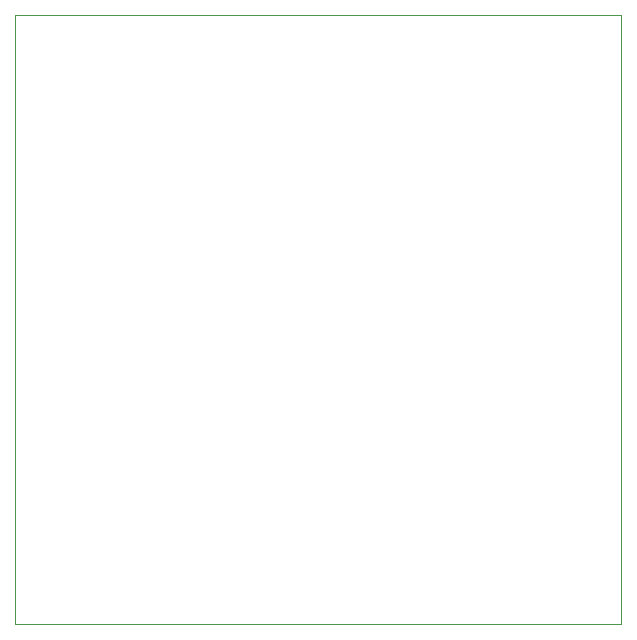
<source format=gbr>
%TF.GenerationSoftware,KiCad,Pcbnew,8.0.2*%
%TF.CreationDate,2024-07-01T22:54:51-05:00*%
%TF.ProjectId,pixel_grid,70697865-6c5f-4677-9269-642e6b696361,rev?*%
%TF.SameCoordinates,Original*%
%TF.FileFunction,Profile,NP*%
%FSLAX46Y46*%
G04 Gerber Fmt 4.6, Leading zero omitted, Abs format (unit mm)*
G04 Created by KiCad (PCBNEW 8.0.2) date 2024-07-01 22:54:51*
%MOMM*%
%LPD*%
G01*
G04 APERTURE LIST*
%TA.AperFunction,Profile*%
%ADD10C,0.050000*%
%TD*%
G04 APERTURE END LIST*
D10*
X17600000Y-16700000D02*
X68900000Y-16700000D01*
X68900000Y-68300000D01*
X17600000Y-68300000D01*
X17600000Y-16700000D01*
M02*

</source>
